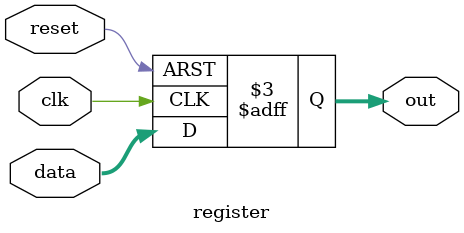
<source format=sv>
module register #(parameter bus_size = 4) 
	(input logic  [bus_size-1:0] data, input logic  reset, input logic   clk, output logic[bus_size-1:0] out);
		always @(posedge clk or posedge reset)
		if (reset)
			out = 0;
		else if (clk == 1)
			out = data;
endmodule 
</source>
